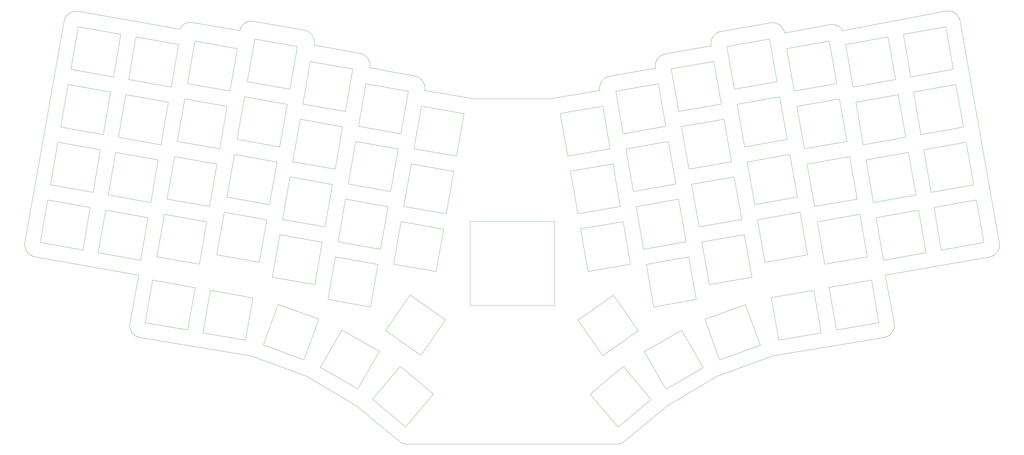
<source format=gbr>
%TF.GenerationSoftware,KiCad,Pcbnew,(6.0.0)*%
%TF.CreationDate,2022-01-22T22:35:10-08:00*%
%TF.ProjectId,switchplate,73776974-6368-4706-9c61-74652e6b6963,rev?*%
%TF.SameCoordinates,Original*%
%TF.FileFunction,Profile,NP*%
%FSLAX46Y46*%
G04 Gerber Fmt 4.6, Leading zero omitted, Abs format (unit mm)*
G04 Created by KiCad (PCBNEW (6.0.0)) date 2022-01-22 22:35:10*
%MOMM*%
%LPD*%
G01*
G04 APERTURE LIST*
%ADD10C,0.100000*%
%TA.AperFunction,Profile*%
%ADD11C,0.100000*%
%TD*%
G04 APERTURE END LIST*
D10*
X342280444Y-184547823D02*
X342391576Y-184382441D01*
X342493943Y-184212505D01*
X342587465Y-184038364D01*
X342672063Y-183860364D01*
X342747658Y-183678854D01*
X342814171Y-183494181D01*
X342871522Y-183306693D01*
X342919633Y-183116737D01*
X342958425Y-182924661D01*
X342987818Y-182730813D01*
X343007733Y-182535540D01*
X343018092Y-182339191D01*
X343018815Y-182142112D01*
X343009823Y-181944651D01*
X342991037Y-181747156D01*
X342962379Y-181549976D01*
X190160477Y-103127072D02*
X190043061Y-102966142D01*
X189918374Y-102811891D01*
X189786713Y-102664512D01*
X189648379Y-102524197D01*
X189503671Y-102391140D01*
X189352889Y-102265535D01*
X189196332Y-102147573D01*
X189034300Y-102037448D01*
X188867091Y-101935353D01*
X188695006Y-101841481D01*
X188518344Y-101756025D01*
X188337405Y-101679178D01*
X188152488Y-101611134D01*
X187963892Y-101552084D01*
X187771918Y-101502223D01*
X187576864Y-101461744D01*
X284289596Y-88620889D02*
X284178463Y-88786270D01*
X284076096Y-88956206D01*
X283982573Y-89130347D01*
X283897975Y-89308346D01*
X283822381Y-89489856D01*
X283755868Y-89674529D01*
X283698516Y-89862017D01*
X283650405Y-90051973D01*
X283611614Y-90244049D01*
X283582221Y-90437897D01*
X283562305Y-90633170D01*
X283551946Y-90829520D01*
X283551223Y-91026599D01*
X283560215Y-91224060D01*
X283579001Y-91421554D01*
X283607660Y-91618736D01*
D11*
X205489960Y-148508640D02*
X205489960Y-175808560D01*
D10*
X362724009Y-81080390D02*
X362558616Y-80969323D01*
X362388674Y-80867020D01*
X362214530Y-80773562D01*
X362036531Y-80689026D01*
X361855025Y-80613491D01*
X361670359Y-80547038D01*
X361482881Y-80489743D01*
X361292939Y-80441688D01*
X361100879Y-80402949D01*
X360907050Y-80373607D01*
X360711799Y-80353740D01*
X360515474Y-80343428D01*
X360318422Y-80342749D01*
X360120990Y-80351782D01*
X359923527Y-80370607D01*
X359726380Y-80399302D01*
X286891880Y-86983744D02*
X286696347Y-87022069D01*
X286503792Y-87069814D01*
X286314516Y-87126788D01*
X286128820Y-87192800D01*
X285947006Y-87267662D01*
X285769376Y-87351183D01*
X285596232Y-87443174D01*
X285427876Y-87543444D01*
X285264609Y-87651804D01*
X285106734Y-87768064D01*
X284954551Y-87892034D01*
X284808363Y-88023524D01*
X284668472Y-88162344D01*
X284535179Y-88308305D01*
X284408786Y-88461216D01*
X284289596Y-88620889D01*
D11*
X232891480Y-148508640D02*
X205489960Y-148508640D01*
X76099820Y-99278360D02*
X78530600Y-85491240D01*
D10*
X154402905Y-88316760D02*
X154345060Y-88232742D01*
X154285259Y-88150416D01*
X154223540Y-88069808D01*
X154159942Y-87990943D01*
X154094506Y-87913848D01*
X154027271Y-87838548D01*
X153958277Y-87765069D01*
X153887562Y-87693437D01*
X153815168Y-87623679D01*
X153741132Y-87555820D01*
X153665496Y-87489886D01*
X153588297Y-87425902D01*
X153509577Y-87363896D01*
X153429375Y-87303893D01*
X153347729Y-87245918D01*
X153264680Y-87189998D01*
X153180268Y-87136159D01*
X153094531Y-87084426D01*
X153007510Y-87034826D01*
X152919243Y-86987384D01*
X152829772Y-86942127D01*
X152739134Y-86899080D01*
X152647370Y-86858269D01*
X152554520Y-86819721D01*
X152460622Y-86783460D01*
X152365717Y-86749514D01*
X152269843Y-86717908D01*
X152173041Y-86688668D01*
X152075351Y-86661820D01*
X151976811Y-86637389D01*
X151877461Y-86615402D01*
X151777342Y-86595886D01*
X373759880Y-160135744D02*
X373962684Y-160095757D01*
X374161083Y-160046094D01*
X374354869Y-159987046D01*
X374543836Y-159918903D01*
X374727778Y-159841957D01*
X374906489Y-159756500D01*
X375079763Y-159662822D01*
X375247394Y-159561214D01*
X375409175Y-159451967D01*
X375564901Y-159335374D01*
X375714364Y-159211724D01*
X375857360Y-159081309D01*
X375993682Y-158944421D01*
X376123124Y-158801350D01*
X376245480Y-158652387D01*
X376360543Y-158497824D01*
X376468107Y-158337952D01*
X376567966Y-158173061D01*
X376659915Y-158003444D01*
X376743747Y-157829391D01*
X376819255Y-157651194D01*
X376886234Y-157469143D01*
X376944478Y-157283530D01*
X376993780Y-157094646D01*
X377033934Y-156902781D01*
X377064734Y-156708228D01*
X377085974Y-156511278D01*
X377097448Y-156312221D01*
X377098950Y-156111348D01*
X377090273Y-155908952D01*
X377071212Y-155705322D01*
X377041560Y-155500751D01*
X364361880Y-83681744D02*
X364323479Y-83486255D01*
X364275663Y-83293746D01*
X364218622Y-83104518D01*
X364152546Y-82918873D01*
X364077624Y-82737113D01*
X363994047Y-82559539D01*
X363902005Y-82386453D01*
X363801687Y-82218156D01*
X363693284Y-82054951D01*
X363576984Y-81897137D01*
X363452979Y-81745018D01*
X363321457Y-81598894D01*
X363182610Y-81459068D01*
X363036626Y-81325841D01*
X362883695Y-81199514D01*
X362724009Y-81080390D01*
D11*
X303653340Y-192138220D02*
X285619340Y-198742220D01*
D10*
X252854864Y-220763512D02*
X252960676Y-220762289D01*
X253066207Y-220758588D01*
X253171415Y-220752423D01*
X253276262Y-220743810D01*
X253380708Y-220732765D01*
X253484712Y-220719302D01*
X253588235Y-220703438D01*
X253691238Y-220685188D01*
X253793681Y-220664567D01*
X253895524Y-220641592D01*
X253996727Y-220616277D01*
X254097250Y-220588638D01*
X254197055Y-220558690D01*
X254296101Y-220526450D01*
X254394348Y-220491933D01*
X254491756Y-220455153D01*
X254588287Y-220416127D01*
X254683900Y-220374871D01*
X254778556Y-220331399D01*
X254872214Y-220285728D01*
X254964836Y-220237872D01*
X255056381Y-220187848D01*
X255146809Y-220135671D01*
X255236082Y-220081356D01*
X255324159Y-220024918D01*
X255411000Y-219966375D01*
X255496566Y-219905740D01*
X255580818Y-219843030D01*
X255663714Y-219778259D01*
X255745217Y-219711444D01*
X255825285Y-219642601D01*
X255903880Y-219571744D01*
X339678160Y-186184968D02*
X339873692Y-186146642D01*
X340066247Y-186098897D01*
X340255523Y-186041923D01*
X340441219Y-185975910D01*
X340623033Y-185901049D01*
X340800663Y-185817527D01*
X340973807Y-185725537D01*
X341142163Y-185625267D01*
X341305430Y-185516907D01*
X341463305Y-185400647D01*
X341615488Y-185276677D01*
X341761676Y-185145187D01*
X341901567Y-185006367D01*
X342034860Y-184860406D01*
X342161253Y-184707494D01*
X342280444Y-184547823D01*
X135205874Y-83683013D02*
X135015270Y-83658793D01*
X134825646Y-83644214D01*
X134637261Y-83639088D01*
X134450378Y-83643231D01*
X134265256Y-83656455D01*
X134082156Y-83678576D01*
X133901339Y-83709406D01*
X133723065Y-83748760D01*
X133547594Y-83796453D01*
X133375188Y-83852297D01*
X133206108Y-83916107D01*
X133040613Y-83987697D01*
X132878964Y-84066882D01*
X132721423Y-84153473D01*
X132568249Y-84247287D01*
X132419703Y-84348137D01*
X132276046Y-84455837D01*
X132137539Y-84570200D01*
X132004441Y-84691041D01*
X131877015Y-84818174D01*
X131755519Y-84951413D01*
X131640216Y-85090572D01*
X131531365Y-85235465D01*
X131429228Y-85385905D01*
X131334064Y-85541707D01*
X131246135Y-85702685D01*
X131165701Y-85868653D01*
X131093023Y-86039424D01*
X131028361Y-86214813D01*
X130971975Y-86394634D01*
X130924128Y-86578701D01*
X130885079Y-86766828D01*
X154995776Y-91399534D02*
X155015807Y-91299515D01*
X155033261Y-91199270D01*
X155048148Y-91098844D01*
X155060475Y-90998284D01*
X155070252Y-90897636D01*
X155077488Y-90796947D01*
X155082191Y-90696263D01*
X155084371Y-90595631D01*
X155084037Y-90495097D01*
X155081197Y-90394707D01*
X155075861Y-90294509D01*
X155068036Y-90194548D01*
X155057733Y-90094871D01*
X155044961Y-89995524D01*
X155029727Y-89896554D01*
X155012042Y-89798008D01*
X154991913Y-89699932D01*
X154969351Y-89602371D01*
X154944363Y-89505374D01*
X154916959Y-89408986D01*
X154887148Y-89313253D01*
X154854939Y-89218223D01*
X154820340Y-89123941D01*
X154783361Y-89030454D01*
X154744010Y-88937809D01*
X154702297Y-88846052D01*
X154658230Y-88755229D01*
X154611819Y-88665388D01*
X154563072Y-88576573D01*
X154511997Y-88488833D01*
X154458605Y-88402213D01*
X154402905Y-88316760D01*
X326261880Y-86729744D02*
X326182431Y-86595096D01*
X326098289Y-86464467D01*
X326009603Y-86337927D01*
X325916527Y-86215549D01*
X325819210Y-86097406D01*
X325717804Y-85983567D01*
X325612461Y-85874107D01*
X325503332Y-85769097D01*
X325390569Y-85668608D01*
X325274322Y-85572713D01*
X325154743Y-85481484D01*
X325031984Y-85394992D01*
X324906195Y-85313310D01*
X324777529Y-85236509D01*
X324646136Y-85164662D01*
X324512169Y-85097841D01*
X324375777Y-85036116D01*
X324237114Y-84979562D01*
X324096329Y-84928249D01*
X323953575Y-84882249D01*
X323809003Y-84841635D01*
X323662764Y-84806478D01*
X323515009Y-84776850D01*
X323365891Y-84752824D01*
X323215559Y-84734471D01*
X323064167Y-84721863D01*
X322911864Y-84715072D01*
X322758803Y-84714171D01*
X322605134Y-84719230D01*
X322451010Y-84730323D01*
X322296581Y-84747521D01*
X322142000Y-84770896D01*
D11*
X205489960Y-175808560D02*
X232891480Y-175808560D01*
D10*
X95233640Y-181515178D02*
X95202869Y-181711997D01*
X95181962Y-181909236D01*
X95170846Y-182106547D01*
X95169444Y-182303581D01*
X95177680Y-182499991D01*
X95195481Y-182695427D01*
X95222770Y-182889541D01*
X95259472Y-183081986D01*
X95305513Y-183272413D01*
X95360816Y-183460473D01*
X95425306Y-183645819D01*
X95498909Y-183828102D01*
X95581549Y-184006974D01*
X95673151Y-184182086D01*
X95773638Y-184353091D01*
X95882938Y-184519640D01*
X78567430Y-80492265D02*
X78370610Y-80461494D01*
X78173371Y-80440588D01*
X77976060Y-80429471D01*
X77779026Y-80428069D01*
X77582616Y-80436306D01*
X77387180Y-80454107D01*
X77193066Y-80481396D01*
X77000621Y-80518098D01*
X76810194Y-80564139D01*
X76622134Y-80619442D01*
X76436788Y-80683932D01*
X76254505Y-80757535D01*
X76075633Y-80840175D01*
X75900521Y-80931777D01*
X75729516Y-81032264D01*
X75562968Y-81141564D01*
D11*
X85718800Y-125343840D02*
X83288020Y-139133500D01*
X71931680Y-122913060D02*
X85718800Y-125343840D01*
X69500900Y-136700180D02*
X71931680Y-122913060D01*
D10*
X190809776Y-106131534D02*
X190840546Y-105934714D01*
X190861453Y-105737475D01*
X190872569Y-105540164D01*
X190873971Y-105343130D01*
X190865734Y-105146720D01*
X190847934Y-104951284D01*
X190820645Y-104757170D01*
X190783942Y-104564725D01*
X190737902Y-104374298D01*
X190682598Y-104186238D01*
X190618108Y-104000892D01*
X190544505Y-103818609D01*
X190461865Y-103639737D01*
X190370264Y-103464625D01*
X190269776Y-103293620D01*
X190160477Y-103127072D01*
D11*
X86587480Y-120421319D02*
X72800360Y-117990540D01*
X89886940Y-101709140D02*
X76099820Y-99278360D01*
D10*
X172380478Y-95761072D02*
X172263062Y-95600142D01*
X172138374Y-95445891D01*
X172006714Y-95298512D01*
X171868380Y-95158197D01*
X171723672Y-95025140D01*
X171572890Y-94899534D01*
X171416332Y-94781572D01*
X171254300Y-94671447D01*
X171087091Y-94569352D01*
X170915006Y-94475480D01*
X170738344Y-94390025D01*
X170557405Y-94313178D01*
X170372488Y-94245133D01*
X170183892Y-94186084D01*
X169991918Y-94136223D01*
X169796864Y-94095744D01*
D11*
X232891480Y-175808560D02*
X232891480Y-148508640D01*
D10*
X182242864Y-219571744D02*
X182321433Y-219642579D01*
X182401476Y-219711402D01*
X182482952Y-219778198D01*
X182565822Y-219842951D01*
X182650045Y-219905645D01*
X182735583Y-219966264D01*
X182822396Y-220024794D01*
X182910443Y-220081219D01*
X182999685Y-220135523D01*
X183090083Y-220187691D01*
X183181596Y-220237707D01*
X183274186Y-220285556D01*
X183367812Y-220331222D01*
X183462435Y-220374690D01*
X183558016Y-220415944D01*
X183654513Y-220454968D01*
X183751888Y-220491748D01*
X183850102Y-220526267D01*
X183949113Y-220558511D01*
X184048884Y-220588463D01*
X184149373Y-220616108D01*
X184250542Y-220641431D01*
X184352350Y-220664416D01*
X184454759Y-220685047D01*
X184557727Y-220703309D01*
X184661217Y-220719187D01*
X184765187Y-220732665D01*
X184869599Y-220743727D01*
X184974412Y-220752359D01*
X185079587Y-220758544D01*
X185185084Y-220762266D01*
X185290864Y-220763512D01*
X95882938Y-184519640D02*
X96000353Y-184680569D01*
X96125041Y-184834820D01*
X96256701Y-184982199D01*
X96395035Y-185122514D01*
X96539743Y-185255570D01*
X96690525Y-185381176D01*
X96847082Y-185499138D01*
X97009115Y-185609263D01*
X97176323Y-185711358D01*
X97348408Y-185805230D01*
X97525070Y-185890686D01*
X97706009Y-185967532D01*
X97890927Y-186035577D01*
X98079522Y-186094626D01*
X98271497Y-186144488D01*
X98466552Y-186184968D01*
X250822864Y-101461744D02*
X250620039Y-101501708D01*
X250421621Y-101551351D01*
X250227815Y-101610381D01*
X250038827Y-101678507D01*
X249854864Y-101755437D01*
X249676132Y-101840882D01*
X249502837Y-101934548D01*
X249335186Y-102036146D01*
X249173384Y-102145384D01*
X249017637Y-102261971D01*
X248868153Y-102385615D01*
X248725136Y-102516026D01*
X248588794Y-102652911D01*
X248459333Y-102795981D01*
X248336958Y-102944944D01*
X248221876Y-103099508D01*
X248114294Y-103259383D01*
X248014417Y-103424277D01*
X247922451Y-103593898D01*
X247838603Y-103767957D01*
X247763079Y-103946161D01*
X247696086Y-104128220D01*
X247637828Y-104313842D01*
X247588514Y-104502736D01*
X247548348Y-104694610D01*
X247517537Y-104889175D01*
X247496288Y-105086137D01*
X247484805Y-105285207D01*
X247483297Y-105486093D01*
X247491968Y-105688504D01*
X247511026Y-105892149D01*
X247540676Y-106096736D01*
X115192960Y-84022866D02*
X115041968Y-84015853D01*
X114891670Y-84014542D01*
X114742198Y-84018855D01*
X114593680Y-84028717D01*
X114446248Y-84044053D01*
X114300032Y-84064786D01*
X114155161Y-84090843D01*
X114011767Y-84122146D01*
X113869979Y-84158620D01*
X113729928Y-84200190D01*
X113591745Y-84246780D01*
X113455559Y-84298315D01*
X113321500Y-84354719D01*
X113189700Y-84415916D01*
X113060288Y-84481830D01*
X112933395Y-84552387D01*
X112809151Y-84627511D01*
X112687686Y-84707125D01*
X112569131Y-84791155D01*
X112453615Y-84879525D01*
X112341270Y-84972159D01*
X112232225Y-85068981D01*
X112126611Y-85169917D01*
X112024558Y-85274890D01*
X111926197Y-85383825D01*
X111831657Y-85496646D01*
X111741070Y-85613278D01*
X111654564Y-85733645D01*
X111572271Y-85857672D01*
X111494321Y-85985283D01*
X111420845Y-86116402D01*
X111351972Y-86250954D01*
D11*
X89018260Y-106634200D02*
X86587480Y-120421319D01*
D10*
X268837560Y-94286752D02*
X268634755Y-94326738D01*
X268436356Y-94376401D01*
X268242570Y-94435449D01*
X268053603Y-94503592D01*
X267869661Y-94580537D01*
X267690950Y-94665995D01*
X267517676Y-94759673D01*
X267350045Y-94861281D01*
X267188264Y-94970527D01*
X267032538Y-95087121D01*
X266883074Y-95210771D01*
X266740079Y-95341185D01*
X266603757Y-95478074D01*
X266474315Y-95621145D01*
X266351959Y-95770108D01*
X266236896Y-95924671D01*
X266129332Y-96084543D01*
X266029472Y-96249433D01*
X265937524Y-96419050D01*
X265853692Y-96593103D01*
X265778184Y-96771300D01*
X265711204Y-96953351D01*
X265652961Y-97138964D01*
X265603659Y-97327849D01*
X265563505Y-97519713D01*
X265532704Y-97714266D01*
X265511464Y-97911216D01*
X265499990Y-98110273D01*
X265498488Y-98311146D01*
X265507165Y-98513542D01*
X265526226Y-98717172D01*
X265555879Y-98921744D01*
D11*
X152523340Y-198742220D02*
X168779340Y-208394220D01*
D10*
X61846938Y-158357640D02*
X61964353Y-158518569D01*
X62089041Y-158672820D01*
X62220701Y-158820199D01*
X62359035Y-158960514D01*
X62503743Y-159093570D01*
X62654525Y-159219176D01*
X62811083Y-159337138D01*
X62973115Y-159447263D01*
X63140324Y-159549358D01*
X63312409Y-159643230D01*
X63489071Y-159728686D01*
X63670010Y-159805532D01*
X63854927Y-159873577D01*
X64043523Y-159932626D01*
X64235497Y-159982488D01*
X64430552Y-160022968D01*
X173029776Y-98765534D02*
X173060546Y-98568714D01*
X173081453Y-98371475D01*
X173092569Y-98174164D01*
X173093971Y-97977130D01*
X173085734Y-97780720D01*
X173067934Y-97585284D01*
X173040645Y-97391170D01*
X173003942Y-97198725D01*
X172957902Y-97008298D01*
X172902599Y-96820238D01*
X172838108Y-96634892D01*
X172764505Y-96452609D01*
X172681866Y-96273737D01*
X172590264Y-96098625D01*
X172489776Y-95927620D01*
X172380478Y-95761072D01*
X307465880Y-87491744D02*
X307427479Y-87296255D01*
X307379663Y-87103745D01*
X307322622Y-86914518D01*
X307256546Y-86728873D01*
X307181624Y-86547113D01*
X307098047Y-86369539D01*
X307006005Y-86196453D01*
X306905687Y-86028156D01*
X306797284Y-85864950D01*
X306680984Y-85707137D01*
X306556979Y-85555018D01*
X306425457Y-85408894D01*
X306286610Y-85269068D01*
X306140626Y-85135841D01*
X305987695Y-85009514D01*
X305828009Y-84890390D01*
D11*
X75231140Y-104203420D02*
X89018260Y-106634200D01*
X72800360Y-117990540D02*
X75231140Y-104203420D01*
D10*
X305828009Y-84890390D02*
X305662616Y-84779323D01*
X305492674Y-84677020D01*
X305318530Y-84583562D01*
X305140531Y-84499026D01*
X304959025Y-84423491D01*
X304774359Y-84357037D01*
X304586881Y-84299743D01*
X304396939Y-84251687D01*
X304204879Y-84212949D01*
X304011050Y-84183607D01*
X303815799Y-84163740D01*
X303619474Y-84153428D01*
X303422422Y-84152749D01*
X303224990Y-84161782D01*
X303027527Y-84180607D01*
X302830380Y-84209302D01*
D11*
X92317720Y-87922020D02*
X89886940Y-101709140D01*
X78530600Y-85491240D02*
X92317720Y-87922020D01*
D10*
X75562968Y-81141564D02*
X75402038Y-81258979D01*
X75247787Y-81383667D01*
X75100407Y-81515327D01*
X74960093Y-81653661D01*
X74827036Y-81798369D01*
X74701430Y-81949151D01*
X74583468Y-82105709D01*
X74473343Y-82267741D01*
X74371248Y-82434950D01*
X74277377Y-82607034D01*
X74191921Y-82783696D01*
X74115074Y-82964635D01*
X74047030Y-83149553D01*
X73987980Y-83338148D01*
X73938119Y-83530123D01*
X73897640Y-83725177D01*
X61197640Y-155353178D02*
X61166869Y-155549997D01*
X61145962Y-155747236D01*
X61134846Y-155944547D01*
X61133444Y-156141581D01*
X61141681Y-156337991D01*
X61159481Y-156533427D01*
X61186770Y-156727541D01*
X61223473Y-156919986D01*
X61269513Y-157110413D01*
X61324816Y-157298473D01*
X61389307Y-157483819D01*
X61462910Y-157666102D01*
X61545549Y-157844974D01*
X61637151Y-158020086D01*
X61737639Y-158191091D01*
X61846938Y-158357640D01*
D11*
X377041560Y-155500751D02*
X364361880Y-83681744D01*
X98466552Y-186184968D02*
X134489340Y-192138220D01*
X255903880Y-219571744D02*
X269363340Y-208394220D01*
X185290864Y-220763512D02*
X252854864Y-220763512D01*
X322142000Y-84770896D02*
X307465880Y-87491744D01*
X342962379Y-181549976D02*
X340026140Y-166011780D01*
X302830380Y-84209302D02*
X286891880Y-86983744D01*
X64430552Y-160022968D02*
X98167340Y-165976220D01*
X359726380Y-80399302D02*
X326261880Y-86729744D01*
X303102160Y-173311740D02*
X305532940Y-187098860D01*
X265042800Y-176306400D02*
X278829920Y-173875620D01*
X320483380Y-162468480D02*
X334270500Y-160037700D01*
X316889280Y-170880960D02*
X303102160Y-173311740D01*
X259993280Y-184020380D02*
X251961800Y-172552280D01*
X339541000Y-161140060D02*
X353328120Y-158706740D01*
X206879340Y-108826219D02*
X231263340Y-108826219D01*
X154995776Y-91399534D02*
X169796864Y-94095744D01*
X280628240Y-155280280D02*
X283059020Y-169067400D01*
X240493700Y-180581219D02*
X248525180Y-192049320D01*
X135205874Y-83683013D02*
X151777342Y-86595886D01*
X268964560Y-202961160D02*
X281087980Y-195960920D01*
X324242580Y-183799400D02*
X338032240Y-181368620D01*
X296846140Y-166636620D02*
X294415360Y-152849499D01*
X298644460Y-148041280D02*
X301077780Y-161828400D01*
X73897640Y-83725177D02*
X61197640Y-155353178D01*
X95233640Y-181515178D02*
X98167340Y-165976220D01*
X251961800Y-172552280D02*
X240493700Y-180581219D01*
X312431579Y-145610500D02*
X298644460Y-148041280D01*
X87344400Y-144924700D02*
X101131520Y-147355480D01*
X294755719Y-175546940D02*
X281601060Y-180334840D01*
X152523340Y-198742220D02*
X134489340Y-192138220D01*
X339678160Y-186184968D02*
X303653340Y-192138220D01*
X281087980Y-195960920D02*
X274087740Y-183834960D01*
X299543620Y-188704140D02*
X294755719Y-175546940D01*
X276399140Y-160088500D02*
X262612020Y-162519280D01*
X285619340Y-198742220D02*
X269363340Y-208394220D01*
X373759880Y-160135744D02*
X340026140Y-166011780D01*
X278829920Y-173875620D02*
X276399140Y-160088500D01*
X253462940Y-215305560D02*
X264186819Y-206306340D01*
X78567430Y-80492265D02*
X111351972Y-86250954D01*
X281601060Y-180334840D02*
X286388960Y-193492040D01*
X274087740Y-183834960D02*
X261964319Y-190835200D01*
X268837560Y-94286752D02*
X283607660Y-91618736D01*
X264186819Y-206306340D02*
X255187600Y-195582460D01*
X244463720Y-204579140D02*
X253462940Y-215305560D01*
X305532940Y-187098860D02*
X319320060Y-184668080D01*
X321811800Y-170012280D02*
X324242580Y-183799400D01*
X248525180Y-192049320D02*
X259993280Y-184020380D01*
X338032240Y-181368620D02*
X335598920Y-167581499D01*
X318052600Y-148681360D02*
X320483380Y-162468480D01*
X301077780Y-161828400D02*
X314864900Y-159397620D01*
X250822864Y-101461744D02*
X265555879Y-98921744D01*
X286388960Y-193492040D02*
X299543620Y-188704140D01*
X98700740Y-161142600D02*
X101131520Y-147355480D01*
X283059020Y-169067400D02*
X296846140Y-166636620D01*
X182242864Y-219571744D02*
X168779340Y-208394220D01*
X173029776Y-98765534D02*
X187576864Y-101461744D01*
X255187600Y-195582460D02*
X244463720Y-204579140D01*
X261964319Y-190835200D02*
X268964560Y-202961160D01*
X294415360Y-152849499D02*
X280628240Y-155280280D01*
X314864900Y-159397620D02*
X312431579Y-145610500D01*
X231263340Y-108826219D02*
X247540676Y-106096736D01*
X190809776Y-106131534D02*
X206879340Y-108826219D01*
X262612020Y-162519280D02*
X265042800Y-176306400D01*
X331839719Y-146250580D02*
X318052600Y-148681360D01*
X334270500Y-160037700D02*
X331839719Y-146250580D01*
X115192960Y-84022866D02*
X130885079Y-86766828D01*
X319320060Y-184668080D02*
X316889280Y-170880960D01*
X335598920Y-167581499D02*
X321811800Y-170012280D01*
X84911080Y-158711820D02*
X98700740Y-161142600D01*
X292048080Y-110619460D02*
X294478860Y-124406580D01*
X330971040Y-141325520D02*
X328540260Y-127538400D01*
X293546680Y-147924440D02*
X291115900Y-134137320D01*
X330511300Y-109928580D02*
X332942080Y-123715699D01*
X309134660Y-126898319D02*
X295345000Y-129329100D01*
X311565440Y-140685440D02*
X309134660Y-126898319D01*
X275530460Y-155163440D02*
X273099680Y-141376320D01*
X362141920Y-99273280D02*
X359711140Y-85486160D01*
X258443880Y-138882040D02*
X272231000Y-136451260D01*
X332942080Y-123715699D02*
X346729200Y-121284920D01*
X305835200Y-108188680D02*
X292048080Y-110619460D01*
X327671580Y-122615880D02*
X325240800Y-108826219D01*
X340998960Y-88785620D02*
X327211840Y-91216400D01*
X363010600Y-104198340D02*
X349223479Y-106629120D01*
X290249760Y-129212260D02*
X287816440Y-115425140D01*
X308265980Y-121975800D02*
X305835200Y-108188680D01*
X327211840Y-91216400D02*
X329642620Y-105006060D01*
X359711140Y-85486160D02*
X345924020Y-87916940D01*
X353328120Y-158706740D02*
X350897340Y-144919620D01*
X313884460Y-125046660D02*
X327671580Y-122615880D01*
X328540260Y-127538400D02*
X314753140Y-129969180D01*
X344298420Y-107497800D02*
X330511300Y-109928580D01*
X291115900Y-134137320D02*
X277328780Y-136568100D01*
X347597880Y-126209980D02*
X333810760Y-128640760D01*
X350028660Y-139997100D02*
X347597880Y-126209980D01*
X295345000Y-129329100D02*
X297778320Y-143116220D01*
X317183919Y-143756300D02*
X330971040Y-141325520D01*
X297778320Y-143116220D02*
X311565440Y-140685440D01*
X279759560Y-150355219D02*
X293546680Y-147924440D01*
X310585000Y-106334480D02*
X324372119Y-103903699D01*
X259312560Y-143807100D02*
X261743340Y-157594219D01*
X365441380Y-117985460D02*
X363010600Y-104198340D01*
X256013100Y-125094920D02*
X258443880Y-138882040D01*
X276460100Y-131645580D02*
X290249760Y-129212260D01*
X325240800Y-108826219D02*
X311453680Y-111259540D01*
X329642620Y-105006060D02*
X343429740Y-102572740D01*
X272231000Y-136451260D02*
X269800220Y-122664140D01*
X351654260Y-120416240D02*
X365441380Y-117985460D01*
X294478860Y-124406580D02*
X308265980Y-121975800D01*
X277328780Y-136568100D02*
X279759560Y-150355219D01*
X274029320Y-117858460D02*
X276460100Y-131645580D01*
X337110220Y-147350399D02*
X339541000Y-161140060D01*
X350897340Y-144919620D02*
X337110220Y-147350399D01*
X358253180Y-157840600D02*
X372040300Y-155407280D01*
X269800220Y-122664140D02*
X256013100Y-125094920D01*
X355822400Y-144053480D02*
X358253180Y-157840600D01*
X273099680Y-141376320D02*
X259312560Y-143807100D01*
X346729200Y-121284920D02*
X344298420Y-107497800D01*
X369609520Y-141620160D02*
X355822400Y-144053480D01*
X348354800Y-101706600D02*
X362141920Y-99273280D01*
X352522940Y-125341300D02*
X354953720Y-139128419D01*
X261743340Y-157594219D02*
X275530460Y-155163440D01*
X343429740Y-102572740D02*
X340998960Y-88785620D01*
X287816440Y-115425140D02*
X274029320Y-117858460D01*
X349223479Y-106629120D02*
X351654260Y-120416240D01*
X311453680Y-111259540D02*
X313884460Y-125046660D01*
X345924020Y-87916940D02*
X348354800Y-101706600D01*
X372040300Y-155407280D02*
X369609520Y-141620160D01*
X354953720Y-139128419D02*
X368740840Y-136697640D01*
X366310060Y-122910520D02*
X352522940Y-125341300D01*
X368740840Y-136697640D02*
X366310060Y-122910520D01*
X336241540Y-142427880D02*
X350028660Y-139997100D01*
X333810760Y-128640760D02*
X336241540Y-142427880D01*
X314753140Y-129969180D02*
X317183919Y-143756300D01*
X196945400Y-151048640D02*
X194514620Y-164838299D01*
X241296340Y-151046100D02*
X243727119Y-164833220D01*
X255083460Y-148615320D02*
X241296340Y-151046100D01*
X197577859Y-180497400D02*
X189546380Y-191965500D01*
X237996880Y-132333919D02*
X251784000Y-129903140D01*
X185525560Y-106387820D02*
X183094779Y-120174940D01*
X183094779Y-120174940D02*
X169307660Y-117744160D01*
X173887280Y-206222520D02*
X182883960Y-195498640D01*
X169307660Y-117744160D02*
X171738440Y-103957040D01*
X189546380Y-191965500D02*
X178078280Y-183936560D01*
X201113540Y-127413940D02*
X187323880Y-124983160D01*
X162708740Y-155168519D02*
X165139520Y-141381400D01*
X183158280Y-148617860D02*
X196945400Y-151048640D01*
X161842600Y-160091040D02*
X175629720Y-162521820D01*
X203544320Y-113626820D02*
X201113540Y-127413940D01*
X180727500Y-162404980D02*
X183158280Y-148617860D01*
X184026960Y-143695340D02*
X186457740Y-129908220D01*
X182883960Y-195498640D02*
X193610380Y-204497860D01*
X251784000Y-129903140D02*
X254214780Y-143690260D01*
X176495860Y-157599300D02*
X162708740Y-155168519D01*
X321941340Y-90116580D02*
X308154220Y-92547360D01*
X186109760Y-172468460D02*
X197577859Y-180497400D01*
X273160640Y-112933400D02*
X270729860Y-99146280D01*
X268931540Y-117741619D02*
X255144420Y-120172400D01*
X248484540Y-111190960D02*
X250915320Y-124978080D01*
X308154220Y-92547360D02*
X310585000Y-106334480D01*
X324372119Y-103903699D02*
X321941340Y-90116580D01*
X291179400Y-105694400D02*
X304966520Y-103263620D01*
X286950300Y-110502619D02*
X273160640Y-112933400D01*
X234697420Y-113621740D02*
X248484540Y-111190960D01*
X171738440Y-103957040D02*
X185525560Y-106387820D01*
X159409280Y-173878160D02*
X161842600Y-160091040D01*
X182228640Y-125100000D02*
X179795320Y-138887120D01*
X197814080Y-146126120D02*
X184026960Y-143695340D01*
X165139520Y-141381400D02*
X178929180Y-143812180D01*
X169081600Y-202859560D02*
X156955640Y-195859320D01*
X166008200Y-136456340D02*
X168438979Y-122669220D01*
X173198940Y-176308940D02*
X159409280Y-173878160D01*
X194514620Y-164838299D02*
X180727500Y-162404980D01*
X288748620Y-91907280D02*
X291179400Y-105694400D01*
X200244859Y-132339000D02*
X197814080Y-146126120D01*
X270729860Y-99146280D02*
X284516980Y-96715500D01*
X266500760Y-103954500D02*
X268931540Y-117741619D01*
X187323880Y-124983160D02*
X189757200Y-111196040D01*
X168438979Y-122669220D02*
X182228640Y-125100000D01*
X257514240Y-162402440D02*
X255083460Y-148615320D01*
X179795320Y-138887120D02*
X166008200Y-136456340D01*
X178078280Y-183936560D02*
X186109760Y-172468460D01*
X243727119Y-164833220D02*
X257514240Y-162402440D01*
X184611160Y-215221740D02*
X173887280Y-206222520D01*
X254214780Y-143690260D02*
X240427660Y-146121040D01*
X237128200Y-127411400D02*
X234697420Y-113621740D01*
X189757200Y-111196040D02*
X203544320Y-113626820D01*
X186457740Y-129908220D02*
X200244859Y-132339000D01*
X175629720Y-162521820D02*
X173198940Y-176308940D01*
X178929180Y-143812180D02*
X176495860Y-157599300D01*
X193610380Y-204497860D02*
X184611160Y-215221740D01*
X302535740Y-89476500D02*
X288748620Y-91907280D01*
X250915320Y-124978080D02*
X237128200Y-127411400D01*
X284516980Y-96715500D02*
X286950300Y-110502619D01*
X240427660Y-146121040D02*
X237996880Y-132333919D01*
X304966520Y-103263620D02*
X302535740Y-89476500D01*
X252713640Y-106385280D02*
X266500760Y-103954500D01*
X255144420Y-120172400D02*
X252713640Y-106385280D01*
X164209880Y-117861000D02*
X161779100Y-131648119D01*
X153722220Y-96718040D02*
X167509340Y-99148820D01*
X151291440Y-110505160D02*
X153722220Y-96718040D01*
X150422760Y-115430220D02*
X164209880Y-117861000D01*
X135706000Y-89481580D02*
X149493120Y-91912360D01*
X149493120Y-91912360D02*
X147062340Y-105699480D01*
X146193660Y-110621999D02*
X143762880Y-124409120D01*
X176079300Y-190733600D02*
X169081600Y-202859560D01*
X151657200Y-193398060D02*
X138500000Y-188610160D01*
X132406540Y-108191220D02*
X146193660Y-110621999D01*
X147123300Y-134142400D02*
X160910420Y-136573180D01*
X163955880Y-183733360D02*
X176079300Y-190733600D01*
X156955640Y-195859320D02*
X163955880Y-183733360D01*
X156445100Y-180243400D02*
X151657200Y-193398060D01*
X143287900Y-175452960D02*
X156445100Y-180243400D01*
X138500000Y-188610160D02*
X143287900Y-175452960D01*
X155180180Y-169072480D02*
X141393060Y-166639160D01*
X157610960Y-155282820D02*
X155180180Y-169072480D01*
X147991979Y-129217340D02*
X150422760Y-115430220D01*
X143823840Y-152852040D02*
X157610960Y-155282820D01*
X165078560Y-112938480D02*
X151291440Y-110505160D01*
X141393060Y-166639160D02*
X143823840Y-152852040D01*
X158479640Y-150360300D02*
X144692520Y-147929520D01*
X167509340Y-99148820D02*
X165078560Y-112938480D01*
X144692520Y-147929520D02*
X147123300Y-134142400D01*
X147062340Y-105699480D02*
X133275220Y-103268700D01*
X143762880Y-124409120D02*
X129975760Y-121978340D01*
X133275220Y-103268700D02*
X135706000Y-89481580D01*
X160910420Y-136573180D02*
X158479640Y-150360300D01*
X161779100Y-131648119D02*
X147991979Y-129217340D01*
X87344400Y-144924700D02*
X84911080Y-158711820D01*
X88210540Y-139999640D02*
X90643860Y-126212519D01*
X108596579Y-105008600D02*
X94809460Y-102577820D01*
X79988560Y-157843140D02*
X66201440Y-155412360D01*
X120189140Y-148686440D02*
X117758360Y-162473560D01*
X94809460Y-102577820D02*
X97240240Y-88790699D01*
X82419340Y-144056020D02*
X79988560Y-157843140D01*
X110570160Y-122618420D02*
X113000940Y-108831300D01*
X130087520Y-92552440D02*
X127656740Y-106339560D01*
X140463420Y-143121300D02*
X126676300Y-140690520D01*
X126676300Y-140690520D02*
X129107080Y-126903400D01*
X106402020Y-146253120D02*
X120189140Y-148686440D01*
X116300400Y-90119120D02*
X130087520Y-92552440D01*
X129975760Y-121978340D02*
X132406540Y-108191220D01*
X142894200Y-129334180D02*
X140463420Y-143121300D01*
X83288020Y-139133500D02*
X69500900Y-136700180D01*
X129107080Y-126903400D02*
X142894200Y-129334180D01*
X137163960Y-161833480D02*
X123376840Y-159402700D01*
X109701480Y-127543480D02*
X123488600Y-129974260D01*
X139594740Y-148046360D02*
X137163960Y-161833480D01*
X125807620Y-145615580D02*
X139594740Y-148046360D01*
X107270700Y-141330599D02*
X109701480Y-127543480D01*
X123376840Y-159402700D02*
X125807620Y-145615580D01*
X135139580Y-173316819D02*
X132708800Y-187103940D01*
X116427400Y-170017360D02*
X113996620Y-183804480D01*
X117758360Y-162473560D02*
X103971240Y-160042780D01*
X93940780Y-107502880D02*
X107730440Y-109933660D01*
X68632220Y-141625240D02*
X82419340Y-144056020D01*
X66201440Y-155412360D02*
X68632220Y-141625240D01*
X100209500Y-181373700D02*
X102640280Y-167586580D01*
X101997660Y-142432960D02*
X88210540Y-139999640D01*
X127656740Y-106339560D02*
X113869620Y-103908780D01*
X132708800Y-187103940D02*
X118921679Y-184673160D01*
X121352460Y-170883500D02*
X135139580Y-173316819D01*
X118921679Y-184673160D02*
X121352460Y-170883500D01*
X124357279Y-125049199D02*
X110570160Y-122618420D01*
X113996620Y-183804480D02*
X100209500Y-181373700D01*
X102640280Y-167586580D02*
X116427400Y-170017360D01*
X113000940Y-108831300D02*
X126788060Y-111262080D01*
X113869620Y-103908780D02*
X116300400Y-90119120D01*
X111027360Y-91221480D02*
X108596579Y-105008600D01*
X123488600Y-129974260D02*
X121057820Y-143761380D01*
X104430980Y-128643299D02*
X101997660Y-142432960D01*
X90643860Y-126212519D02*
X104430980Y-128643299D01*
X105297120Y-123720780D02*
X91510000Y-121290000D01*
X107730440Y-109933660D02*
X105297120Y-123720780D01*
X103971240Y-160042780D02*
X106402020Y-146253120D01*
X121057820Y-143761380D02*
X107270700Y-141330599D01*
X126788060Y-111262080D02*
X124357279Y-125049199D01*
X97240240Y-88790699D02*
X111027360Y-91221480D01*
X91510000Y-121290000D02*
X93940780Y-107502880D01*
M02*

</source>
